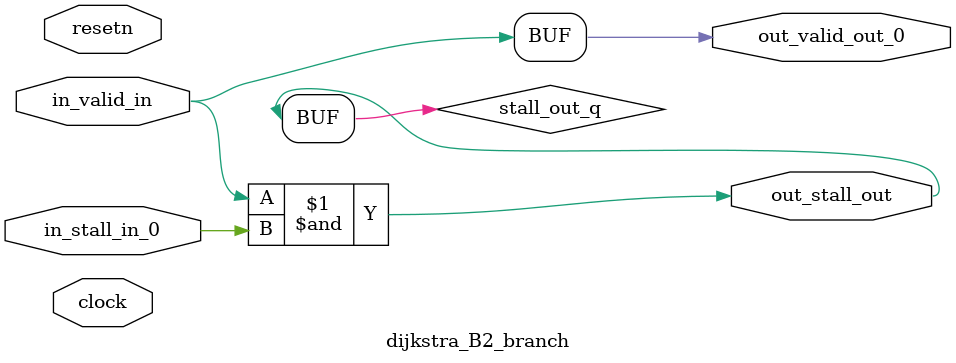
<source format=sv>



(* altera_attribute = "-name AUTO_SHIFT_REGISTER_RECOGNITION OFF; -name MESSAGE_DISABLE 10036; -name MESSAGE_DISABLE 10037; -name MESSAGE_DISABLE 14130; -name MESSAGE_DISABLE 14320; -name MESSAGE_DISABLE 15400; -name MESSAGE_DISABLE 14130; -name MESSAGE_DISABLE 10036; -name MESSAGE_DISABLE 12020; -name MESSAGE_DISABLE 12030; -name MESSAGE_DISABLE 12010; -name MESSAGE_DISABLE 12110; -name MESSAGE_DISABLE 14320; -name MESSAGE_DISABLE 13410; -name MESSAGE_DISABLE 113007; -name MESSAGE_DISABLE 10958" *)
module dijkstra_B2_branch (
    input wire [0:0] in_stall_in_0,
    input wire [0:0] in_valid_in,
    output wire [0:0] out_stall_out,
    output wire [0:0] out_valid_out_0,
    input wire clock,
    input wire resetn
    );

    wire [0:0] stall_out_q;


    // stall_out(LOGICAL,6)
    assign stall_out_q = in_valid_in & in_stall_in_0;

    // out_stall_out(GPOUT,4)
    assign out_stall_out = stall_out_q;

    // out_valid_out_0(GPOUT,5)
    assign out_valid_out_0 = in_valid_in;

endmodule

</source>
